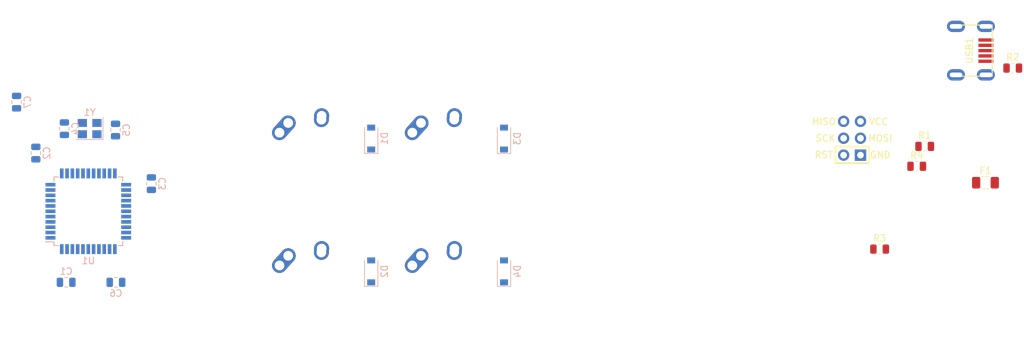
<source format=kicad_pcb>
(kicad_pcb (version 20171130) (host pcbnew "(5.1.5)-3")

  (general
    (thickness 1.6)
    (drawings 0)
    (tracks 0)
    (zones 0)
    (modules 24)
    (nets 47)
  )

  (page A4)
  (layers
    (0 F.Cu signal)
    (31 B.Cu signal)
    (32 B.Adhes user)
    (33 F.Adhes user)
    (34 B.Paste user)
    (35 F.Paste user)
    (36 B.SilkS user)
    (37 F.SilkS user)
    (38 B.Mask user)
    (39 F.Mask user)
    (40 Dwgs.User user)
    (41 Cmts.User user)
    (42 Eco1.User user)
    (43 Eco2.User user)
    (44 Edge.Cuts user)
    (45 Margin user)
    (46 B.CrtYd user)
    (47 F.CrtYd user)
    (48 B.Fab user)
    (49 F.Fab user)
  )

  (setup
    (last_trace_width 0.25)
    (trace_clearance 0.2)
    (zone_clearance 0.508)
    (zone_45_only no)
    (trace_min 0.2)
    (via_size 0.8)
    (via_drill 0.4)
    (via_min_size 0.4)
    (via_min_drill 0.3)
    (uvia_size 0.3)
    (uvia_drill 0.1)
    (uvias_allowed no)
    (uvia_min_size 0.2)
    (uvia_min_drill 0.1)
    (edge_width 0.05)
    (segment_width 0.2)
    (pcb_text_width 0.3)
    (pcb_text_size 1.5 1.5)
    (mod_edge_width 0.12)
    (mod_text_size 1 1)
    (mod_text_width 0.15)
    (pad_size 1.524 1.524)
    (pad_drill 0.762)
    (pad_to_mask_clearance 0.051)
    (solder_mask_min_width 0.25)
    (aux_axis_origin 0 0)
    (visible_elements FFFFFF7F)
    (pcbplotparams
      (layerselection 0x010fc_ffffffff)
      (usegerberextensions false)
      (usegerberattributes false)
      (usegerberadvancedattributes false)
      (creategerberjobfile false)
      (excludeedgelayer true)
      (linewidth 0.100000)
      (plotframeref false)
      (viasonmask false)
      (mode 1)
      (useauxorigin false)
      (hpglpennumber 1)
      (hpglpenspeed 20)
      (hpglpendiameter 15.000000)
      (psnegative false)
      (psa4output false)
      (plotreference true)
      (plotvalue true)
      (plotinvisibletext false)
      (padsonsilk false)
      (subtractmaskfromsilk false)
      (outputformat 1)
      (mirror false)
      (drillshape 1)
      (scaleselection 1)
      (outputdirectory ""))
  )

  (net 0 "")
  (net 1 GND)
  (net 2 +5V)
  (net 3 "Net-(C4-Pad1)")
  (net 4 "Net-(C5-Pad1)")
  (net 5 "Net-(C7-Pad1)")
  (net 6 "Net-(D1-Pad2)")
  (net 7 ROW0)
  (net 8 "Net-(D2-Pad2)")
  (net 9 ROW1)
  (net 10 "Net-(D3-Pad2)")
  (net 11 "Net-(D4-Pad2)")
  (net 12 VCC)
  (net 13 COL0)
  (net 14 COL1)
  (net 15 D-)
  (net 16 "Net-(R1-Pad1)")
  (net 17 D+)
  (net 18 "Net-(R2-Pad1)")
  (net 19 "Net-(R3-Pad2)")
  (net 20 "Net-(R4-Pad1)")
  (net 21 "Net-(U1-Pad42)")
  (net 22 "Net-(U1-Pad41)")
  (net 23 "Net-(U1-Pad40)")
  (net 24 "Net-(U1-Pad39)")
  (net 25 "Net-(U1-Pad38)")
  (net 26 "Net-(U1-Pad37)")
  (net 27 "Net-(U1-Pad36)")
  (net 28 "Net-(U1-Pad33)")
  (net 29 "Net-(U1-Pad32)")
  (net 30 "Net-(U1-Pad31)")
  (net 31 "Net-(U1-Pad26)")
  (net 32 "Net-(U1-Pad25)")
  (net 33 "Net-(U1-Pad22)")
  (net 34 "Net-(U1-Pad21)")
  (net 35 "Net-(U1-Pad20)")
  (net 36 "Net-(U1-Pad19)")
  (net 37 "Net-(U1-Pad18)")
  (net 38 "Net-(U1-Pad12)")
  (net 39 "Net-(U1-Pad11)")
  (net 40 "Net-(U1-Pad10)")
  (net 41 "Net-(U1-Pad9)")
  (net 42 "Net-(U1-Pad8)")
  (net 43 "Net-(U1-Pad2)")
  (net 44 "Net-(U1-Pad1)")
  (net 45 "Net-(USB1-Pad6)")
  (net 46 "Net-(USB1-Pad2)")

  (net_class Default "This is the default net class."
    (clearance 0.2)
    (trace_width 0.25)
    (via_dia 0.8)
    (via_drill 0.4)
    (uvia_dia 0.3)
    (uvia_drill 0.1)
    (add_net +5V)
    (add_net COL0)
    (add_net COL1)
    (add_net D+)
    (add_net D-)
    (add_net GND)
    (add_net "Net-(C4-Pad1)")
    (add_net "Net-(C5-Pad1)")
    (add_net "Net-(C7-Pad1)")
    (add_net "Net-(D1-Pad2)")
    (add_net "Net-(D2-Pad2)")
    (add_net "Net-(D3-Pad2)")
    (add_net "Net-(D4-Pad2)")
    (add_net "Net-(R1-Pad1)")
    (add_net "Net-(R2-Pad1)")
    (add_net "Net-(R3-Pad2)")
    (add_net "Net-(R4-Pad1)")
    (add_net "Net-(U1-Pad1)")
    (add_net "Net-(U1-Pad10)")
    (add_net "Net-(U1-Pad11)")
    (add_net "Net-(U1-Pad12)")
    (add_net "Net-(U1-Pad18)")
    (add_net "Net-(U1-Pad19)")
    (add_net "Net-(U1-Pad2)")
    (add_net "Net-(U1-Pad20)")
    (add_net "Net-(U1-Pad21)")
    (add_net "Net-(U1-Pad22)")
    (add_net "Net-(U1-Pad25)")
    (add_net "Net-(U1-Pad26)")
    (add_net "Net-(U1-Pad31)")
    (add_net "Net-(U1-Pad32)")
    (add_net "Net-(U1-Pad33)")
    (add_net "Net-(U1-Pad36)")
    (add_net "Net-(U1-Pad37)")
    (add_net "Net-(U1-Pad38)")
    (add_net "Net-(U1-Pad39)")
    (add_net "Net-(U1-Pad40)")
    (add_net "Net-(U1-Pad41)")
    (add_net "Net-(U1-Pad42)")
    (add_net "Net-(U1-Pad8)")
    (add_net "Net-(U1-Pad9)")
    (add_net "Net-(USB1-Pad2)")
    (add_net "Net-(USB1-Pad6)")
    (add_net ROW0)
    (add_net ROW1)
    (add_net VCC)
  )

  (module Crystal:Crystal_SMD_3225-4Pin_3.2x2.5mm (layer B.Cu) (tedit 5A0FD1B2) (tstamp 5E8BC488)
    (at 25.1 86.85 180)
    (descr "SMD Crystal SERIES SMD3225/4 http://www.txccrystal.com/images/pdf/7m-accuracy.pdf, 3.2x2.5mm^2 package")
    (tags "SMD SMT crystal")
    (path /5E8B9C0E)
    (attr smd)
    (fp_text reference Y1 (at 0 2.45) (layer B.SilkS)
      (effects (font (size 1 1) (thickness 0.15)) (justify mirror))
    )
    (fp_text value 16MHz (at 0 -2.45) (layer B.Fab)
      (effects (font (size 1 1) (thickness 0.15)) (justify mirror))
    )
    (fp_line (start 2.1 1.7) (end -2.1 1.7) (layer B.CrtYd) (width 0.05))
    (fp_line (start 2.1 -1.7) (end 2.1 1.7) (layer B.CrtYd) (width 0.05))
    (fp_line (start -2.1 -1.7) (end 2.1 -1.7) (layer B.CrtYd) (width 0.05))
    (fp_line (start -2.1 1.7) (end -2.1 -1.7) (layer B.CrtYd) (width 0.05))
    (fp_line (start -2 -1.65) (end 2 -1.65) (layer B.SilkS) (width 0.12))
    (fp_line (start -2 1.65) (end -2 -1.65) (layer B.SilkS) (width 0.12))
    (fp_line (start -1.6 -0.25) (end -0.6 -1.25) (layer B.Fab) (width 0.1))
    (fp_line (start 1.6 1.25) (end -1.6 1.25) (layer B.Fab) (width 0.1))
    (fp_line (start 1.6 -1.25) (end 1.6 1.25) (layer B.Fab) (width 0.1))
    (fp_line (start -1.6 -1.25) (end 1.6 -1.25) (layer B.Fab) (width 0.1))
    (fp_line (start -1.6 1.25) (end -1.6 -1.25) (layer B.Fab) (width 0.1))
    (fp_text user %R (at 0 0) (layer B.Fab)
      (effects (font (size 0.7 0.7) (thickness 0.105)) (justify mirror))
    )
    (pad 4 smd rect (at -1.1 0.85 180) (size 1.4 1.2) (layers B.Cu B.Paste B.Mask)
      (net 3 "Net-(C4-Pad1)"))
    (pad 3 smd rect (at 1.1 0.85 180) (size 1.4 1.2) (layers B.Cu B.Paste B.Mask)
      (net 1 GND))
    (pad 2 smd rect (at 1.1 -0.85 180) (size 1.4 1.2) (layers B.Cu B.Paste B.Mask)
      (net 4 "Net-(C5-Pad1)"))
    (pad 1 smd rect (at -1.1 -0.85 180) (size 1.4 1.2) (layers B.Cu B.Paste B.Mask)
      (net 1 GND))
    (model ${KISYS3DMOD}/Crystal.3dshapes/Crystal_SMD_3225-4Pin_3.2x2.5mm.wrl
      (at (xyz 0 0 0))
      (scale (xyz 1 1 1))
      (rotate (xyz 0 0 0))
    )
  )

  (module random-keyboard-parts:Molex-0548190589 (layer F.Cu) (tedit 5C494815) (tstamp 5E8BC347)
    (at 155.5625 75.1095)
    (path /5E8B71AD)
    (attr smd)
    (fp_text reference USB1 (at 2.032 0 90) (layer F.SilkS)
      (effects (font (size 1 1) (thickness 0.15)))
    )
    (fp_text value Molex-0548190589 (at -5.08 0 90) (layer Dwgs.User)
      (effects (font (size 1 1) (thickness 0.15)))
    )
    (fp_text user %R (at 2 0 90) (layer F.CrtYd)
      (effects (font (size 1 1) (thickness 0.15)))
    )
    (fp_line (start 3.25 -1.25) (end 5.5 -1.25) (layer F.CrtYd) (width 0.15))
    (fp_line (start 5.5 -0.5) (end 3.25 -0.5) (layer F.CrtYd) (width 0.15))
    (fp_line (start 3.25 0.5) (end 5.5 0.5) (layer F.CrtYd) (width 0.15))
    (fp_line (start 5.5 1.25) (end 3.25 1.25) (layer F.CrtYd) (width 0.15))
    (fp_line (start 3.25 2) (end 5.5 2) (layer F.CrtYd) (width 0.15))
    (fp_line (start 3.25 -2) (end 3.25 2) (layer F.CrtYd) (width 0.15))
    (fp_line (start 5.5 -2) (end 3.25 -2) (layer F.CrtYd) (width 0.15))
    (fp_line (start -3.75 3.75) (end -3.75 -3.75) (layer F.CrtYd) (width 0.15))
    (fp_line (start 5.5 3.75) (end -3.75 3.75) (layer F.CrtYd) (width 0.15))
    (fp_line (start 5.5 -3.75) (end 5.5 3.75) (layer F.CrtYd) (width 0.15))
    (fp_line (start -3.75 -3.75) (end 5.5 -3.75) (layer F.CrtYd) (width 0.15))
    (fp_line (start 0 -3.85) (end 5.45 -3.85) (layer F.SilkS) (width 0.15))
    (fp_line (start 0 3.85) (end 5.45 3.85) (layer F.SilkS) (width 0.15))
    (fp_line (start 5.45 -3.85) (end 5.45 3.85) (layer F.SilkS) (width 0.15))
    (fp_line (start -3.75 -3.85) (end 0 -3.85) (layer Dwgs.User) (width 0.15))
    (fp_line (start -3.75 3.85) (end 0 3.85) (layer Dwgs.User) (width 0.15))
    (fp_line (start -1.75 -4.572) (end -1.75 4.572) (layer Dwgs.User) (width 0.15))
    (fp_line (start -3.75 -3.85) (end -3.75 3.85) (layer Dwgs.User) (width 0.15))
    (pad 6 thru_hole oval (at 0 -3.65) (size 2.7 1.7) (drill oval 1.9 0.7) (layers *.Cu *.Mask)
      (net 45 "Net-(USB1-Pad6)"))
    (pad 6 thru_hole oval (at 0 3.65) (size 2.7 1.7) (drill oval 1.9 0.7) (layers *.Cu *.Mask)
      (net 45 "Net-(USB1-Pad6)"))
    (pad 6 thru_hole oval (at 4.5 3.65) (size 2.7 1.7) (drill oval 1.9 0.7) (layers *.Cu *.Mask)
      (net 45 "Net-(USB1-Pad6)"))
    (pad 6 thru_hole oval (at 4.5 -3.65) (size 2.7 1.7) (drill oval 1.9 0.7) (layers *.Cu *.Mask)
      (net 45 "Net-(USB1-Pad6)"))
    (pad 5 smd rect (at 4.5 -1.6) (size 2.25 0.5) (layers F.Cu F.Paste F.Mask)
      (net 12 VCC))
    (pad 4 smd rect (at 4.5 -0.8) (size 2.25 0.5) (layers F.Cu F.Paste F.Mask)
      (net 15 D-))
    (pad 3 smd rect (at 4.5 0) (size 2.25 0.5) (layers F.Cu F.Paste F.Mask)
      (net 17 D+))
    (pad 2 smd rect (at 4.5 0.8) (size 2.25 0.5) (layers F.Cu F.Paste F.Mask)
      (net 46 "Net-(USB1-Pad2)"))
    (pad 1 smd rect (at 4.5 1.6) (size 2.25 0.5) (layers F.Cu F.Paste F.Mask)
      (net 1 GND))
  )

  (module Package_QFP:TQFP-44_10x10mm_P0.8mm (layer B.Cu) (tedit 5A02F146) (tstamp 5E8BC532)
    (at 24.9 99.3)
    (descr "44-Lead Plastic Thin Quad Flatpack (PT) - 10x10x1.0 mm Body [TQFP] (see Microchip Packaging Specification 00000049BS.pdf)")
    (tags "QFP 0.8")
    (path /5E826FAC)
    (attr smd)
    (fp_text reference U1 (at 0 7.45) (layer B.SilkS)
      (effects (font (size 1 1) (thickness 0.15)) (justify mirror))
    )
    (fp_text value ATmega32U4-AU (at 0 -7.45) (layer B.Fab)
      (effects (font (size 1 1) (thickness 0.15)) (justify mirror))
    )
    (fp_line (start -5.175 4.6) (end -6.45 4.6) (layer B.SilkS) (width 0.15))
    (fp_line (start 5.175 5.175) (end 4.5 5.175) (layer B.SilkS) (width 0.15))
    (fp_line (start 5.175 -5.175) (end 4.5 -5.175) (layer B.SilkS) (width 0.15))
    (fp_line (start -5.175 -5.175) (end -4.5 -5.175) (layer B.SilkS) (width 0.15))
    (fp_line (start -5.175 5.175) (end -4.5 5.175) (layer B.SilkS) (width 0.15))
    (fp_line (start -5.175 -5.175) (end -5.175 -4.5) (layer B.SilkS) (width 0.15))
    (fp_line (start 5.175 -5.175) (end 5.175 -4.5) (layer B.SilkS) (width 0.15))
    (fp_line (start 5.175 5.175) (end 5.175 4.5) (layer B.SilkS) (width 0.15))
    (fp_line (start -5.175 5.175) (end -5.175 4.6) (layer B.SilkS) (width 0.15))
    (fp_line (start -6.7 -6.7) (end 6.7 -6.7) (layer B.CrtYd) (width 0.05))
    (fp_line (start -6.7 6.7) (end 6.7 6.7) (layer B.CrtYd) (width 0.05))
    (fp_line (start 6.7 6.7) (end 6.7 -6.7) (layer B.CrtYd) (width 0.05))
    (fp_line (start -6.7 6.7) (end -6.7 -6.7) (layer B.CrtYd) (width 0.05))
    (fp_line (start -5 4) (end -4 5) (layer B.Fab) (width 0.15))
    (fp_line (start -5 -5) (end -5 4) (layer B.Fab) (width 0.15))
    (fp_line (start 5 -5) (end -5 -5) (layer B.Fab) (width 0.15))
    (fp_line (start 5 5) (end 5 -5) (layer B.Fab) (width 0.15))
    (fp_line (start -4 5) (end 5 5) (layer B.Fab) (width 0.15))
    (fp_text user %R (at 0 0) (layer B.Fab)
      (effects (font (size 1 1) (thickness 0.15)) (justify mirror))
    )
    (pad 44 smd rect (at -4 5.7 270) (size 1.5 0.55) (layers B.Cu B.Paste B.Mask)
      (net 2 +5V))
    (pad 43 smd rect (at -3.2 5.7 270) (size 1.5 0.55) (layers B.Cu B.Paste B.Mask)
      (net 1 GND))
    (pad 42 smd rect (at -2.4 5.7 270) (size 1.5 0.55) (layers B.Cu B.Paste B.Mask)
      (net 21 "Net-(U1-Pad42)"))
    (pad 41 smd rect (at -1.6 5.7 270) (size 1.5 0.55) (layers B.Cu B.Paste B.Mask)
      (net 22 "Net-(U1-Pad41)"))
    (pad 40 smd rect (at -0.8 5.7 270) (size 1.5 0.55) (layers B.Cu B.Paste B.Mask)
      (net 23 "Net-(U1-Pad40)"))
    (pad 39 smd rect (at 0 5.7 270) (size 1.5 0.55) (layers B.Cu B.Paste B.Mask)
      (net 24 "Net-(U1-Pad39)"))
    (pad 38 smd rect (at 0.8 5.7 270) (size 1.5 0.55) (layers B.Cu B.Paste B.Mask)
      (net 25 "Net-(U1-Pad38)"))
    (pad 37 smd rect (at 1.6 5.7 270) (size 1.5 0.55) (layers B.Cu B.Paste B.Mask)
      (net 26 "Net-(U1-Pad37)"))
    (pad 36 smd rect (at 2.4 5.7 270) (size 1.5 0.55) (layers B.Cu B.Paste B.Mask)
      (net 27 "Net-(U1-Pad36)"))
    (pad 35 smd rect (at 3.2 5.7 270) (size 1.5 0.55) (layers B.Cu B.Paste B.Mask)
      (net 1 GND))
    (pad 34 smd rect (at 4 5.7 270) (size 1.5 0.55) (layers B.Cu B.Paste B.Mask)
      (net 2 +5V))
    (pad 33 smd rect (at 5.7 4) (size 1.5 0.55) (layers B.Cu B.Paste B.Mask)
      (net 28 "Net-(U1-Pad33)"))
    (pad 32 smd rect (at 5.7 3.2) (size 1.5 0.55) (layers B.Cu B.Paste B.Mask)
      (net 29 "Net-(U1-Pad32)"))
    (pad 31 smd rect (at 5.7 2.4) (size 1.5 0.55) (layers B.Cu B.Paste B.Mask)
      (net 30 "Net-(U1-Pad31)"))
    (pad 30 smd rect (at 5.7 1.6) (size 1.5 0.55) (layers B.Cu B.Paste B.Mask)
      (net 9 ROW1))
    (pad 29 smd rect (at 5.7 0.8) (size 1.5 0.55) (layers B.Cu B.Paste B.Mask)
      (net 13 COL0))
    (pad 28 smd rect (at 5.7 0) (size 1.5 0.55) (layers B.Cu B.Paste B.Mask)
      (net 14 COL1))
    (pad 27 smd rect (at 5.7 -0.8) (size 1.5 0.55) (layers B.Cu B.Paste B.Mask)
      (net 7 ROW0))
    (pad 26 smd rect (at 5.7 -1.6) (size 1.5 0.55) (layers B.Cu B.Paste B.Mask)
      (net 31 "Net-(U1-Pad26)"))
    (pad 25 smd rect (at 5.7 -2.4) (size 1.5 0.55) (layers B.Cu B.Paste B.Mask)
      (net 32 "Net-(U1-Pad25)"))
    (pad 24 smd rect (at 5.7 -3.2) (size 1.5 0.55) (layers B.Cu B.Paste B.Mask)
      (net 2 +5V))
    (pad 23 smd rect (at 5.7 -4) (size 1.5 0.55) (layers B.Cu B.Paste B.Mask)
      (net 1 GND))
    (pad 22 smd rect (at 4 -5.7 270) (size 1.5 0.55) (layers B.Cu B.Paste B.Mask)
      (net 33 "Net-(U1-Pad22)"))
    (pad 21 smd rect (at 3.2 -5.7 270) (size 1.5 0.55) (layers B.Cu B.Paste B.Mask)
      (net 34 "Net-(U1-Pad21)"))
    (pad 20 smd rect (at 2.4 -5.7 270) (size 1.5 0.55) (layers B.Cu B.Paste B.Mask)
      (net 35 "Net-(U1-Pad20)"))
    (pad 19 smd rect (at 1.6 -5.7 270) (size 1.5 0.55) (layers B.Cu B.Paste B.Mask)
      (net 36 "Net-(U1-Pad19)"))
    (pad 18 smd rect (at 0.8 -5.7 270) (size 1.5 0.55) (layers B.Cu B.Paste B.Mask)
      (net 37 "Net-(U1-Pad18)"))
    (pad 17 smd rect (at 0 -5.7 270) (size 1.5 0.55) (layers B.Cu B.Paste B.Mask)
      (net 3 "Net-(C4-Pad1)"))
    (pad 16 smd rect (at -0.8 -5.7 270) (size 1.5 0.55) (layers B.Cu B.Paste B.Mask)
      (net 4 "Net-(C5-Pad1)"))
    (pad 15 smd rect (at -1.6 -5.7 270) (size 1.5 0.55) (layers B.Cu B.Paste B.Mask)
      (net 1 GND))
    (pad 14 smd rect (at -2.4 -5.7 270) (size 1.5 0.55) (layers B.Cu B.Paste B.Mask)
      (net 2 +5V))
    (pad 13 smd rect (at -3.2 -5.7 270) (size 1.5 0.55) (layers B.Cu B.Paste B.Mask)
      (net 19 "Net-(R3-Pad2)"))
    (pad 12 smd rect (at -4 -5.7 270) (size 1.5 0.55) (layers B.Cu B.Paste B.Mask)
      (net 38 "Net-(U1-Pad12)"))
    (pad 11 smd rect (at -5.7 -4) (size 1.5 0.55) (layers B.Cu B.Paste B.Mask)
      (net 39 "Net-(U1-Pad11)"))
    (pad 10 smd rect (at -5.7 -3.2) (size 1.5 0.55) (layers B.Cu B.Paste B.Mask)
      (net 40 "Net-(U1-Pad10)"))
    (pad 9 smd rect (at -5.7 -2.4) (size 1.5 0.55) (layers B.Cu B.Paste B.Mask)
      (net 41 "Net-(U1-Pad9)"))
    (pad 8 smd rect (at -5.7 -1.6) (size 1.5 0.55) (layers B.Cu B.Paste B.Mask)
      (net 42 "Net-(U1-Pad8)"))
    (pad 7 smd rect (at -5.7 -0.8) (size 1.5 0.55) (layers B.Cu B.Paste B.Mask)
      (net 2 +5V))
    (pad 6 smd rect (at -5.7 0) (size 1.5 0.55) (layers B.Cu B.Paste B.Mask)
      (net 5 "Net-(C7-Pad1)"))
    (pad 5 smd rect (at -5.7 0.8) (size 1.5 0.55) (layers B.Cu B.Paste B.Mask)
      (net 1 GND))
    (pad 4 smd rect (at -5.7 1.6) (size 1.5 0.55) (layers B.Cu B.Paste B.Mask)
      (net 18 "Net-(R2-Pad1)"))
    (pad 3 smd rect (at -5.7 2.4) (size 1.5 0.55) (layers B.Cu B.Paste B.Mask)
      (net 16 "Net-(R1-Pad1)"))
    (pad 2 smd rect (at -5.7 3.2) (size 1.5 0.55) (layers B.Cu B.Paste B.Mask)
      (net 43 "Net-(U1-Pad2)"))
    (pad 1 smd rect (at -5.7 4) (size 1.5 0.55) (layers B.Cu B.Paste B.Mask)
      (net 44 "Net-(U1-Pad1)"))
    (model ${KISYS3DMOD}/Package_QFP.3dshapes/TQFP-44_10x10mm_P0.8mm.wrl
      (at (xyz 0 0 0))
      (scale (xyz 1 1 1))
      (rotate (xyz 0 0 0))
    )
  )

  (module random-keyboard-parts:Reset_Pretty (layer F.Cu) (tedit 5C42C5BD) (tstamp 5E8BC242)
    (at 139.9125 88.302499)
    (path /5E8AAAAA)
    (attr virtual)
    (fp_text reference SW1 (at 0 6) (layer Dwgs.User)
      (effects (font (size 1 1) (thickness 0.15)))
    )
    (fp_text value SW_Push (at 0 -6) (layer Dwgs.User)
      (effects (font (size 1 1) (thickness 0.15)))
    )
    (fp_text user MISO (at -4.25 -2.5) (layer F.SilkS)
      (effects (font (size 1 1) (thickness 0.15)))
    )
    (fp_text user VCC (at 4 -2.5) (layer F.SilkS)
      (effects (font (size 1 1) (thickness 0.15)))
    )
    (fp_text user SCK (at -4 0) (layer F.SilkS)
      (effects (font (size 1 1) (thickness 0.15)))
    )
    (fp_text user MOSI (at 4.25 0) (layer F.SilkS)
      (effects (font (size 1 1) (thickness 0.15)))
    )
    (fp_text user RST (at -4.25 2.5) (layer F.SilkS)
      (effects (font (size 1 1) (thickness 0.15)))
    )
    (fp_text user GND (at 4.25 2.5) (layer F.SilkS)
      (effects (font (size 1 1) (thickness 0.15)))
    )
    (fp_line (start -2.5 1.25) (end 2.5 1.25) (layer F.SilkS) (width 0.25))
    (fp_line (start 2.5 1.25) (end 2.5 3.75) (layer F.SilkS) (width 0.25))
    (fp_line (start 2.5 3.75) (end -2.5 3.75) (layer F.SilkS) (width 0.25))
    (fp_line (start -2.5 3.75) (end -2.5 1.25) (layer F.SilkS) (width 0.25))
    (pad 6 thru_hole rect (at 1.27 2.54) (size 1.7 1.7) (drill 1) (layers *.Cu *.Mask))
    (pad 5 thru_hole circle (at -1.27 2.54) (size 1.7 1.7) (drill 1) (layers *.Cu *.Mask))
    (pad 4 thru_hole circle (at 1.27 0) (size 1.7 1.7) (drill 1) (layers *.Cu *.Mask))
    (pad 3 thru_hole circle (at -1.27 0) (size 1.7 1.7) (drill 1) (layers *.Cu *.Mask))
    (pad 2 thru_hole circle (at 1.27 -2.54) (size 1.7 1.7) (drill 1) (layers *.Cu *.Mask)
      (net 19 "Net-(R3-Pad2)"))
    (pad 1 thru_hole circle (at -1.27 -2.54) (size 1.7 1.7) (drill 1) (layers *.Cu *.Mask)
      (net 1 GND))
  )

  (module Resistor_SMD:R_0805_2012Metric (layer F.Cu) (tedit 5B36C52B) (tstamp 5E8BC3DD)
    (at 149.6525 92.5275)
    (descr "Resistor SMD 0805 (2012 Metric), square (rectangular) end terminal, IPC_7351 nominal, (Body size source: https://docs.google.com/spreadsheets/d/1BsfQQcO9C6DZCsRaXUlFlo91Tg2WpOkGARC1WS5S8t0/edit?usp=sharing), generated with kicad-footprint-generator")
    (tags resistor)
    (path /5E833105)
    (attr smd)
    (fp_text reference R4 (at 0 -1.65) (layer F.SilkS)
      (effects (font (size 1 1) (thickness 0.15)))
    )
    (fp_text value 10k (at 0 1.65) (layer F.Fab)
      (effects (font (size 1 1) (thickness 0.15)))
    )
    (fp_text user %R (at 0 0) (layer F.Fab)
      (effects (font (size 0.5 0.5) (thickness 0.08)))
    )
    (fp_line (start 1.68 0.95) (end -1.68 0.95) (layer F.CrtYd) (width 0.05))
    (fp_line (start 1.68 -0.95) (end 1.68 0.95) (layer F.CrtYd) (width 0.05))
    (fp_line (start -1.68 -0.95) (end 1.68 -0.95) (layer F.CrtYd) (width 0.05))
    (fp_line (start -1.68 0.95) (end -1.68 -0.95) (layer F.CrtYd) (width 0.05))
    (fp_line (start -0.258578 0.71) (end 0.258578 0.71) (layer F.SilkS) (width 0.12))
    (fp_line (start -0.258578 -0.71) (end 0.258578 -0.71) (layer F.SilkS) (width 0.12))
    (fp_line (start 1 0.6) (end -1 0.6) (layer F.Fab) (width 0.1))
    (fp_line (start 1 -0.6) (end 1 0.6) (layer F.Fab) (width 0.1))
    (fp_line (start -1 -0.6) (end 1 -0.6) (layer F.Fab) (width 0.1))
    (fp_line (start -1 0.6) (end -1 -0.6) (layer F.Fab) (width 0.1))
    (pad 2 smd roundrect (at 0.9375 0) (size 0.975 1.4) (layers F.Cu F.Paste F.Mask) (roundrect_rratio 0.25)
      (net 1 GND))
    (pad 1 smd roundrect (at -0.9375 0) (size 0.975 1.4) (layers F.Cu F.Paste F.Mask) (roundrect_rratio 0.25)
      (net 20 "Net-(R4-Pad1)"))
    (model ${KISYS3DMOD}/Resistor_SMD.3dshapes/R_0805_2012Metric.wrl
      (at (xyz 0 0 0))
      (scale (xyz 1 1 1))
      (rotate (xyz 0 0 0))
    )
  )

  (module Resistor_SMD:R_0805_2012Metric (layer F.Cu) (tedit 5B36C52B) (tstamp 5E8BC2A8)
    (at 144.0625 105)
    (descr "Resistor SMD 0805 (2012 Metric), square (rectangular) end terminal, IPC_7351 nominal, (Body size source: https://docs.google.com/spreadsheets/d/1BsfQQcO9C6DZCsRaXUlFlo91Tg2WpOkGARC1WS5S8t0/edit?usp=sharing), generated with kicad-footprint-generator")
    (tags resistor)
    (path /5E8AF7CE)
    (attr smd)
    (fp_text reference R3 (at 0 -1.65) (layer F.SilkS)
      (effects (font (size 1 1) (thickness 0.15)))
    )
    (fp_text value 10k (at 0 1.65) (layer F.Fab)
      (effects (font (size 1 1) (thickness 0.15)))
    )
    (fp_text user %R (at 0 0) (layer F.Fab)
      (effects (font (size 0.5 0.5) (thickness 0.08)))
    )
    (fp_line (start 1.68 0.95) (end -1.68 0.95) (layer F.CrtYd) (width 0.05))
    (fp_line (start 1.68 -0.95) (end 1.68 0.95) (layer F.CrtYd) (width 0.05))
    (fp_line (start -1.68 -0.95) (end 1.68 -0.95) (layer F.CrtYd) (width 0.05))
    (fp_line (start -1.68 0.95) (end -1.68 -0.95) (layer F.CrtYd) (width 0.05))
    (fp_line (start -0.258578 0.71) (end 0.258578 0.71) (layer F.SilkS) (width 0.12))
    (fp_line (start -0.258578 -0.71) (end 0.258578 -0.71) (layer F.SilkS) (width 0.12))
    (fp_line (start 1 0.6) (end -1 0.6) (layer F.Fab) (width 0.1))
    (fp_line (start 1 -0.6) (end 1 0.6) (layer F.Fab) (width 0.1))
    (fp_line (start -1 -0.6) (end 1 -0.6) (layer F.Fab) (width 0.1))
    (fp_line (start -1 0.6) (end -1 -0.6) (layer F.Fab) (width 0.1))
    (pad 2 smd roundrect (at 0.9375 0) (size 0.975 1.4) (layers F.Cu F.Paste F.Mask) (roundrect_rratio 0.25)
      (net 19 "Net-(R3-Pad2)"))
    (pad 1 smd roundrect (at -0.9375 0) (size 0.975 1.4) (layers F.Cu F.Paste F.Mask) (roundrect_rratio 0.25)
      (net 2 +5V))
    (model ${KISYS3DMOD}/Resistor_SMD.3dshapes/R_0805_2012Metric.wrl
      (at (xyz 0 0 0))
      (scale (xyz 1 1 1))
      (rotate (xyz 0 0 0))
    )
  )

  (module Resistor_SMD:R_0805_2012Metric (layer F.Cu) (tedit 5B36C52B) (tstamp 5E8BC455)
    (at 164.1125 77.7375)
    (descr "Resistor SMD 0805 (2012 Metric), square (rectangular) end terminal, IPC_7351 nominal, (Body size source: https://docs.google.com/spreadsheets/d/1BsfQQcO9C6DZCsRaXUlFlo91Tg2WpOkGARC1WS5S8t0/edit?usp=sharing), generated with kicad-footprint-generator")
    (tags resistor)
    (path /5E83DD9E)
    (attr smd)
    (fp_text reference R2 (at 0 -1.65) (layer F.SilkS)
      (effects (font (size 1 1) (thickness 0.15)))
    )
    (fp_text value 22 (at 0 1.65) (layer F.Fab)
      (effects (font (size 1 1) (thickness 0.15)))
    )
    (fp_text user %R (at 0 0) (layer F.Fab)
      (effects (font (size 0.5 0.5) (thickness 0.08)))
    )
    (fp_line (start 1.68 0.95) (end -1.68 0.95) (layer F.CrtYd) (width 0.05))
    (fp_line (start 1.68 -0.95) (end 1.68 0.95) (layer F.CrtYd) (width 0.05))
    (fp_line (start -1.68 -0.95) (end 1.68 -0.95) (layer F.CrtYd) (width 0.05))
    (fp_line (start -1.68 0.95) (end -1.68 -0.95) (layer F.CrtYd) (width 0.05))
    (fp_line (start -0.258578 0.71) (end 0.258578 0.71) (layer F.SilkS) (width 0.12))
    (fp_line (start -0.258578 -0.71) (end 0.258578 -0.71) (layer F.SilkS) (width 0.12))
    (fp_line (start 1 0.6) (end -1 0.6) (layer F.Fab) (width 0.1))
    (fp_line (start 1 -0.6) (end 1 0.6) (layer F.Fab) (width 0.1))
    (fp_line (start -1 -0.6) (end 1 -0.6) (layer F.Fab) (width 0.1))
    (fp_line (start -1 0.6) (end -1 -0.6) (layer F.Fab) (width 0.1))
    (pad 2 smd roundrect (at 0.9375 0) (size 0.975 1.4) (layers F.Cu F.Paste F.Mask) (roundrect_rratio 0.25)
      (net 17 D+))
    (pad 1 smd roundrect (at -0.9375 0) (size 0.975 1.4) (layers F.Cu F.Paste F.Mask) (roundrect_rratio 0.25)
      (net 18 "Net-(R2-Pad1)"))
    (model ${KISYS3DMOD}/Resistor_SMD.3dshapes/R_0805_2012Metric.wrl
      (at (xyz 0 0 0))
      (scale (xyz 1 1 1))
      (rotate (xyz 0 0 0))
    )
  )

  (module Resistor_SMD:R_0805_2012Metric (layer F.Cu) (tedit 5B36C52B) (tstamp 5E8BC5F6)
    (at 150.8525 89.5275)
    (descr "Resistor SMD 0805 (2012 Metric), square (rectangular) end terminal, IPC_7351 nominal, (Body size source: https://docs.google.com/spreadsheets/d/1BsfQQcO9C6DZCsRaXUlFlo91Tg2WpOkGARC1WS5S8t0/edit?usp=sharing), generated with kicad-footprint-generator")
    (tags resistor)
    (path /5E83F5D8)
    (attr smd)
    (fp_text reference R1 (at 0 -1.65) (layer F.SilkS)
      (effects (font (size 1 1) (thickness 0.15)))
    )
    (fp_text value 22 (at 0 1.65) (layer F.Fab)
      (effects (font (size 1 1) (thickness 0.15)))
    )
    (fp_text user %R (at 0 0) (layer F.Fab)
      (effects (font (size 0.5 0.5) (thickness 0.08)))
    )
    (fp_line (start 1.68 0.95) (end -1.68 0.95) (layer F.CrtYd) (width 0.05))
    (fp_line (start 1.68 -0.95) (end 1.68 0.95) (layer F.CrtYd) (width 0.05))
    (fp_line (start -1.68 -0.95) (end 1.68 -0.95) (layer F.CrtYd) (width 0.05))
    (fp_line (start -1.68 0.95) (end -1.68 -0.95) (layer F.CrtYd) (width 0.05))
    (fp_line (start -0.258578 0.71) (end 0.258578 0.71) (layer F.SilkS) (width 0.12))
    (fp_line (start -0.258578 -0.71) (end 0.258578 -0.71) (layer F.SilkS) (width 0.12))
    (fp_line (start 1 0.6) (end -1 0.6) (layer F.Fab) (width 0.1))
    (fp_line (start 1 -0.6) (end 1 0.6) (layer F.Fab) (width 0.1))
    (fp_line (start -1 -0.6) (end 1 -0.6) (layer F.Fab) (width 0.1))
    (fp_line (start -1 0.6) (end -1 -0.6) (layer F.Fab) (width 0.1))
    (pad 2 smd roundrect (at 0.9375 0) (size 0.975 1.4) (layers F.Cu F.Paste F.Mask) (roundrect_rratio 0.25)
      (net 15 D-))
    (pad 1 smd roundrect (at -0.9375 0) (size 0.975 1.4) (layers F.Cu F.Paste F.Mask) (roundrect_rratio 0.25)
      (net 16 "Net-(R1-Pad1)"))
    (model ${KISYS3DMOD}/Resistor_SMD.3dshapes/R_0805_2012Metric.wrl
      (at (xyz 0 0 0))
      (scale (xyz 1 1 1))
      (rotate (xyz 0 0 0))
    )
  )

  (module MX_Alps_Hybrid:MX-1U-NoLED (layer F.Cu) (tedit 5A9F5203) (tstamp 5E8BC4C4)
    (at 77.5 110)
    (path /5E8CF3A8)
    (fp_text reference MX4 (at 0 3.175) (layer Dwgs.User)
      (effects (font (size 1 1) (thickness 0.15)))
    )
    (fp_text value MX-NoLED (at 0 -7.9375) (layer Dwgs.User)
      (effects (font (size 1 1) (thickness 0.15)))
    )
    (fp_line (start -9.525 9.525) (end -9.525 -9.525) (layer Dwgs.User) (width 0.15))
    (fp_line (start 9.525 9.525) (end -9.525 9.525) (layer Dwgs.User) (width 0.15))
    (fp_line (start 9.525 -9.525) (end 9.525 9.525) (layer Dwgs.User) (width 0.15))
    (fp_line (start -9.525 -9.525) (end 9.525 -9.525) (layer Dwgs.User) (width 0.15))
    (fp_line (start -7 -7) (end -7 -5) (layer Dwgs.User) (width 0.15))
    (fp_line (start -5 -7) (end -7 -7) (layer Dwgs.User) (width 0.15))
    (fp_line (start -7 7) (end -5 7) (layer Dwgs.User) (width 0.15))
    (fp_line (start -7 5) (end -7 7) (layer Dwgs.User) (width 0.15))
    (fp_line (start 7 7) (end 7 5) (layer Dwgs.User) (width 0.15))
    (fp_line (start 5 7) (end 7 7) (layer Dwgs.User) (width 0.15))
    (fp_line (start 7 -7) (end 7 -5) (layer Dwgs.User) (width 0.15))
    (fp_line (start 5 -7) (end 7 -7) (layer Dwgs.User) (width 0.15))
    (pad "" np_thru_hole circle (at 5.08 0 48.0996) (size 1.75 1.75) (drill 1.75) (layers *.Cu *.Mask))
    (pad "" np_thru_hole circle (at -5.08 0 48.0996) (size 1.75 1.75) (drill 1.75) (layers *.Cu *.Mask))
    (pad 1 thru_hole circle (at -2.5 -4) (size 2.25 2.25) (drill 1.47) (layers *.Cu B.Mask)
      (net 14 COL1))
    (pad "" np_thru_hole circle (at 0 0) (size 3.9878 3.9878) (drill 3.9878) (layers *.Cu *.Mask))
    (pad 1 thru_hole oval (at -3.81 -2.54 48.0996) (size 4.211556 2.25) (drill 1.47 (offset 0.980778 0)) (layers *.Cu B.Mask)
      (net 14 COL1))
    (pad 2 thru_hole circle (at 2.54 -5.08) (size 2.25 2.25) (drill 1.47) (layers *.Cu B.Mask)
      (net 11 "Net-(D4-Pad2)"))
    (pad 2 thru_hole oval (at 2.5 -4.5 86.0548) (size 2.831378 2.25) (drill 1.47 (offset 0.290689 0)) (layers *.Cu B.Mask)
      (net 11 "Net-(D4-Pad2)"))
  )

  (module MX_Alps_Hybrid:MX-1U-NoLED (layer F.Cu) (tedit 5A9F5203) (tstamp 5E8BC62C)
    (at 77.5 90)
    (path /5E8CB768)
    (fp_text reference MX3 (at 0 3.175) (layer Dwgs.User)
      (effects (font (size 1 1) (thickness 0.15)))
    )
    (fp_text value MX-NoLED (at 0 -7.9375) (layer Dwgs.User)
      (effects (font (size 1 1) (thickness 0.15)))
    )
    (fp_line (start -9.525 9.525) (end -9.525 -9.525) (layer Dwgs.User) (width 0.15))
    (fp_line (start 9.525 9.525) (end -9.525 9.525) (layer Dwgs.User) (width 0.15))
    (fp_line (start 9.525 -9.525) (end 9.525 9.525) (layer Dwgs.User) (width 0.15))
    (fp_line (start -9.525 -9.525) (end 9.525 -9.525) (layer Dwgs.User) (width 0.15))
    (fp_line (start -7 -7) (end -7 -5) (layer Dwgs.User) (width 0.15))
    (fp_line (start -5 -7) (end -7 -7) (layer Dwgs.User) (width 0.15))
    (fp_line (start -7 7) (end -5 7) (layer Dwgs.User) (width 0.15))
    (fp_line (start -7 5) (end -7 7) (layer Dwgs.User) (width 0.15))
    (fp_line (start 7 7) (end 7 5) (layer Dwgs.User) (width 0.15))
    (fp_line (start 5 7) (end 7 7) (layer Dwgs.User) (width 0.15))
    (fp_line (start 7 -7) (end 7 -5) (layer Dwgs.User) (width 0.15))
    (fp_line (start 5 -7) (end 7 -7) (layer Dwgs.User) (width 0.15))
    (pad "" np_thru_hole circle (at 5.08 0 48.0996) (size 1.75 1.75) (drill 1.75) (layers *.Cu *.Mask))
    (pad "" np_thru_hole circle (at -5.08 0 48.0996) (size 1.75 1.75) (drill 1.75) (layers *.Cu *.Mask))
    (pad 1 thru_hole circle (at -2.5 -4) (size 2.25 2.25) (drill 1.47) (layers *.Cu B.Mask)
      (net 14 COL1))
    (pad "" np_thru_hole circle (at 0 0) (size 3.9878 3.9878) (drill 3.9878) (layers *.Cu *.Mask))
    (pad 1 thru_hole oval (at -3.81 -2.54 48.0996) (size 4.211556 2.25) (drill 1.47 (offset 0.980778 0)) (layers *.Cu B.Mask)
      (net 14 COL1))
    (pad 2 thru_hole circle (at 2.54 -5.08) (size 2.25 2.25) (drill 1.47) (layers *.Cu B.Mask)
      (net 10 "Net-(D3-Pad2)"))
    (pad 2 thru_hole oval (at 2.5 -4.5 86.0548) (size 2.831378 2.25) (drill 1.47 (offset 0.290689 0)) (layers *.Cu B.Mask)
      (net 10 "Net-(D3-Pad2)"))
  )

  (module MX_Alps_Hybrid:MX-1U-NoLED (layer F.Cu) (tedit 5A9F5203) (tstamp 5E8BC66E)
    (at 57.5 110)
    (path /5E8CE5F6)
    (fp_text reference MX2 (at 0 3.175) (layer Dwgs.User)
      (effects (font (size 1 1) (thickness 0.15)))
    )
    (fp_text value MX-NoLED (at 0 -7.9375) (layer Dwgs.User)
      (effects (font (size 1 1) (thickness 0.15)))
    )
    (fp_line (start -9.525 9.525) (end -9.525 -9.525) (layer Dwgs.User) (width 0.15))
    (fp_line (start 9.525 9.525) (end -9.525 9.525) (layer Dwgs.User) (width 0.15))
    (fp_line (start 9.525 -9.525) (end 9.525 9.525) (layer Dwgs.User) (width 0.15))
    (fp_line (start -9.525 -9.525) (end 9.525 -9.525) (layer Dwgs.User) (width 0.15))
    (fp_line (start -7 -7) (end -7 -5) (layer Dwgs.User) (width 0.15))
    (fp_line (start -5 -7) (end -7 -7) (layer Dwgs.User) (width 0.15))
    (fp_line (start -7 7) (end -5 7) (layer Dwgs.User) (width 0.15))
    (fp_line (start -7 5) (end -7 7) (layer Dwgs.User) (width 0.15))
    (fp_line (start 7 7) (end 7 5) (layer Dwgs.User) (width 0.15))
    (fp_line (start 5 7) (end 7 7) (layer Dwgs.User) (width 0.15))
    (fp_line (start 7 -7) (end 7 -5) (layer Dwgs.User) (width 0.15))
    (fp_line (start 5 -7) (end 7 -7) (layer Dwgs.User) (width 0.15))
    (pad "" np_thru_hole circle (at 5.08 0 48.0996) (size 1.75 1.75) (drill 1.75) (layers *.Cu *.Mask))
    (pad "" np_thru_hole circle (at -5.08 0 48.0996) (size 1.75 1.75) (drill 1.75) (layers *.Cu *.Mask))
    (pad 1 thru_hole circle (at -2.5 -4) (size 2.25 2.25) (drill 1.47) (layers *.Cu B.Mask)
      (net 13 COL0))
    (pad "" np_thru_hole circle (at 0 0) (size 3.9878 3.9878) (drill 3.9878) (layers *.Cu *.Mask))
    (pad 1 thru_hole oval (at -3.81 -2.54 48.0996) (size 4.211556 2.25) (drill 1.47 (offset 0.980778 0)) (layers *.Cu B.Mask)
      (net 13 COL0))
    (pad 2 thru_hole circle (at 2.54 -5.08) (size 2.25 2.25) (drill 1.47) (layers *.Cu B.Mask)
      (net 8 "Net-(D2-Pad2)"))
    (pad 2 thru_hole oval (at 2.5 -4.5 86.0548) (size 2.831378 2.25) (drill 1.47 (offset 0.290689 0)) (layers *.Cu B.Mask)
      (net 8 "Net-(D2-Pad2)"))
  )

  (module MX_Alps_Hybrid:MX-1U-NoLED (layer F.Cu) (tedit 5A9F5203) (tstamp 5E8BC6E0)
    (at 57.5 90)
    (path /5E8C76EF)
    (fp_text reference MX1 (at 0 3.175) (layer Dwgs.User)
      (effects (font (size 1 1) (thickness 0.15)))
    )
    (fp_text value MX-NoLED (at 0 -7.9375) (layer Dwgs.User)
      (effects (font (size 1 1) (thickness 0.15)))
    )
    (fp_line (start -9.525 9.525) (end -9.525 -9.525) (layer Dwgs.User) (width 0.15))
    (fp_line (start 9.525 9.525) (end -9.525 9.525) (layer Dwgs.User) (width 0.15))
    (fp_line (start 9.525 -9.525) (end 9.525 9.525) (layer Dwgs.User) (width 0.15))
    (fp_line (start -9.525 -9.525) (end 9.525 -9.525) (layer Dwgs.User) (width 0.15))
    (fp_line (start -7 -7) (end -7 -5) (layer Dwgs.User) (width 0.15))
    (fp_line (start -5 -7) (end -7 -7) (layer Dwgs.User) (width 0.15))
    (fp_line (start -7 7) (end -5 7) (layer Dwgs.User) (width 0.15))
    (fp_line (start -7 5) (end -7 7) (layer Dwgs.User) (width 0.15))
    (fp_line (start 7 7) (end 7 5) (layer Dwgs.User) (width 0.15))
    (fp_line (start 5 7) (end 7 7) (layer Dwgs.User) (width 0.15))
    (fp_line (start 7 -7) (end 7 -5) (layer Dwgs.User) (width 0.15))
    (fp_line (start 5 -7) (end 7 -7) (layer Dwgs.User) (width 0.15))
    (pad "" np_thru_hole circle (at 5.08 0 48.0996) (size 1.75 1.75) (drill 1.75) (layers *.Cu *.Mask))
    (pad "" np_thru_hole circle (at -5.08 0 48.0996) (size 1.75 1.75) (drill 1.75) (layers *.Cu *.Mask))
    (pad 1 thru_hole circle (at -2.5 -4) (size 2.25 2.25) (drill 1.47) (layers *.Cu B.Mask)
      (net 13 COL0))
    (pad "" np_thru_hole circle (at 0 0) (size 3.9878 3.9878) (drill 3.9878) (layers *.Cu *.Mask))
    (pad 1 thru_hole oval (at -3.81 -2.54 48.0996) (size 4.211556 2.25) (drill 1.47 (offset 0.980778 0)) (layers *.Cu B.Mask)
      (net 13 COL0))
    (pad 2 thru_hole circle (at 2.54 -5.08) (size 2.25 2.25) (drill 1.47) (layers *.Cu B.Mask)
      (net 6 "Net-(D1-Pad2)"))
    (pad 2 thru_hole oval (at 2.5 -4.5 86.0548) (size 2.831378 2.25) (drill 1.47 (offset 0.290689 0)) (layers *.Cu B.Mask)
      (net 6 "Net-(D1-Pad2)"))
  )

  (module Fuse:Fuse_1206_3216Metric (layer F.Cu) (tedit 5B301BBE) (tstamp 5E8BC6AA)
    (at 160 95)
    (descr "Fuse SMD 1206 (3216 Metric), square (rectangular) end terminal, IPC_7351 nominal, (Body size source: http://www.tortai-tech.com/upload/download/2011102023233369053.pdf), generated with kicad-footprint-generator")
    (tags resistor)
    (path /5E8B9AE9)
    (attr smd)
    (fp_text reference F1 (at 0 -1.82) (layer F.SilkS)
      (effects (font (size 1 1) (thickness 0.15)))
    )
    (fp_text value 500mA (at 0 1.82) (layer F.Fab)
      (effects (font (size 1 1) (thickness 0.15)))
    )
    (fp_text user %R (at 0 0) (layer F.Fab)
      (effects (font (size 0.8 0.8) (thickness 0.12)))
    )
    (fp_line (start 2.28 1.12) (end -2.28 1.12) (layer F.CrtYd) (width 0.05))
    (fp_line (start 2.28 -1.12) (end 2.28 1.12) (layer F.CrtYd) (width 0.05))
    (fp_line (start -2.28 -1.12) (end 2.28 -1.12) (layer F.CrtYd) (width 0.05))
    (fp_line (start -2.28 1.12) (end -2.28 -1.12) (layer F.CrtYd) (width 0.05))
    (fp_line (start -0.602064 0.91) (end 0.602064 0.91) (layer F.SilkS) (width 0.12))
    (fp_line (start -0.602064 -0.91) (end 0.602064 -0.91) (layer F.SilkS) (width 0.12))
    (fp_line (start 1.6 0.8) (end -1.6 0.8) (layer F.Fab) (width 0.1))
    (fp_line (start 1.6 -0.8) (end 1.6 0.8) (layer F.Fab) (width 0.1))
    (fp_line (start -1.6 -0.8) (end 1.6 -0.8) (layer F.Fab) (width 0.1))
    (fp_line (start -1.6 0.8) (end -1.6 -0.8) (layer F.Fab) (width 0.1))
    (pad 2 smd roundrect (at 1.4 0) (size 1.25 1.75) (layers F.Cu F.Paste F.Mask) (roundrect_rratio 0.2)
      (net 12 VCC))
    (pad 1 smd roundrect (at -1.4 0) (size 1.25 1.75) (layers F.Cu F.Paste F.Mask) (roundrect_rratio 0.2)
      (net 2 +5V))
    (model ${KISYS3DMOD}/Fuse.3dshapes/Fuse_1206_3216Metric.wrl
      (at (xyz 0 0 0))
      (scale (xyz 1 1 1))
      (rotate (xyz 0 0 0))
    )
  )

  (module Diode_SMD:D_SOD-123 (layer B.Cu) (tedit 58645DC7) (tstamp 5E8BC39D)
    (at 87.5 108.35 90)
    (descr SOD-123)
    (tags SOD-123)
    (path /5E8D107E)
    (attr smd)
    (fp_text reference D4 (at 0 2 -90) (layer B.SilkS)
      (effects (font (size 1 1) (thickness 0.15)) (justify mirror))
    )
    (fp_text value D_Small (at 0 -2.1 -90) (layer B.Fab)
      (effects (font (size 1 1) (thickness 0.15)) (justify mirror))
    )
    (fp_line (start -2.25 1) (end 1.65 1) (layer B.SilkS) (width 0.12))
    (fp_line (start -2.25 -1) (end 1.65 -1) (layer B.SilkS) (width 0.12))
    (fp_line (start -2.35 1.15) (end -2.35 -1.15) (layer B.CrtYd) (width 0.05))
    (fp_line (start 2.35 -1.15) (end -2.35 -1.15) (layer B.CrtYd) (width 0.05))
    (fp_line (start 2.35 1.15) (end 2.35 -1.15) (layer B.CrtYd) (width 0.05))
    (fp_line (start -2.35 1.15) (end 2.35 1.15) (layer B.CrtYd) (width 0.05))
    (fp_line (start -1.4 0.9) (end 1.4 0.9) (layer B.Fab) (width 0.1))
    (fp_line (start 1.4 0.9) (end 1.4 -0.9) (layer B.Fab) (width 0.1))
    (fp_line (start 1.4 -0.9) (end -1.4 -0.9) (layer B.Fab) (width 0.1))
    (fp_line (start -1.4 -0.9) (end -1.4 0.9) (layer B.Fab) (width 0.1))
    (fp_line (start -0.75 0) (end -0.35 0) (layer B.Fab) (width 0.1))
    (fp_line (start -0.35 0) (end -0.35 0.55) (layer B.Fab) (width 0.1))
    (fp_line (start -0.35 0) (end -0.35 -0.55) (layer B.Fab) (width 0.1))
    (fp_line (start -0.35 0) (end 0.25 0.4) (layer B.Fab) (width 0.1))
    (fp_line (start 0.25 0.4) (end 0.25 -0.4) (layer B.Fab) (width 0.1))
    (fp_line (start 0.25 -0.4) (end -0.35 0) (layer B.Fab) (width 0.1))
    (fp_line (start 0.25 0) (end 0.75 0) (layer B.Fab) (width 0.1))
    (fp_line (start -2.25 1) (end -2.25 -1) (layer B.SilkS) (width 0.12))
    (fp_text user %R (at 0 2 -90) (layer B.Fab)
      (effects (font (size 1 1) (thickness 0.15)) (justify mirror))
    )
    (pad 2 smd rect (at 1.65 0 90) (size 0.9 1.2) (layers B.Cu B.Paste B.Mask)
      (net 11 "Net-(D4-Pad2)"))
    (pad 1 smd rect (at -1.65 0 90) (size 0.9 1.2) (layers B.Cu B.Paste B.Mask)
      (net 9 ROW1))
    (model ${KISYS3DMOD}/Diode_SMD.3dshapes/D_SOD-123.wrl
      (at (xyz 0 0 0))
      (scale (xyz 1 1 1))
      (rotate (xyz 0 0 0))
    )
  )

  (module Diode_SMD:D_SOD-123 (layer B.Cu) (tedit 58645DC7) (tstamp 5E8BC415)
    (at 87.5 88.35 90)
    (descr SOD-123)
    (tags SOD-123)
    (path /5E8CC80D)
    (attr smd)
    (fp_text reference D3 (at 0 2 -90) (layer B.SilkS)
      (effects (font (size 1 1) (thickness 0.15)) (justify mirror))
    )
    (fp_text value D_Small (at 0 -2.1 -90) (layer B.Fab)
      (effects (font (size 1 1) (thickness 0.15)) (justify mirror))
    )
    (fp_line (start -2.25 1) (end 1.65 1) (layer B.SilkS) (width 0.12))
    (fp_line (start -2.25 -1) (end 1.65 -1) (layer B.SilkS) (width 0.12))
    (fp_line (start -2.35 1.15) (end -2.35 -1.15) (layer B.CrtYd) (width 0.05))
    (fp_line (start 2.35 -1.15) (end -2.35 -1.15) (layer B.CrtYd) (width 0.05))
    (fp_line (start 2.35 1.15) (end 2.35 -1.15) (layer B.CrtYd) (width 0.05))
    (fp_line (start -2.35 1.15) (end 2.35 1.15) (layer B.CrtYd) (width 0.05))
    (fp_line (start -1.4 0.9) (end 1.4 0.9) (layer B.Fab) (width 0.1))
    (fp_line (start 1.4 0.9) (end 1.4 -0.9) (layer B.Fab) (width 0.1))
    (fp_line (start 1.4 -0.9) (end -1.4 -0.9) (layer B.Fab) (width 0.1))
    (fp_line (start -1.4 -0.9) (end -1.4 0.9) (layer B.Fab) (width 0.1))
    (fp_line (start -0.75 0) (end -0.35 0) (layer B.Fab) (width 0.1))
    (fp_line (start -0.35 0) (end -0.35 0.55) (layer B.Fab) (width 0.1))
    (fp_line (start -0.35 0) (end -0.35 -0.55) (layer B.Fab) (width 0.1))
    (fp_line (start -0.35 0) (end 0.25 0.4) (layer B.Fab) (width 0.1))
    (fp_line (start 0.25 0.4) (end 0.25 -0.4) (layer B.Fab) (width 0.1))
    (fp_line (start 0.25 -0.4) (end -0.35 0) (layer B.Fab) (width 0.1))
    (fp_line (start 0.25 0) (end 0.75 0) (layer B.Fab) (width 0.1))
    (fp_line (start -2.25 1) (end -2.25 -1) (layer B.SilkS) (width 0.12))
    (fp_text user %R (at 0 2 -90) (layer B.Fab)
      (effects (font (size 1 1) (thickness 0.15)) (justify mirror))
    )
    (pad 2 smd rect (at 1.65 0 90) (size 0.9 1.2) (layers B.Cu B.Paste B.Mask)
      (net 10 "Net-(D3-Pad2)"))
    (pad 1 smd rect (at -1.65 0 90) (size 0.9 1.2) (layers B.Cu B.Paste B.Mask)
      (net 7 ROW0))
    (model ${KISYS3DMOD}/Diode_SMD.3dshapes/D_SOD-123.wrl
      (at (xyz 0 0 0))
      (scale (xyz 1 1 1))
      (rotate (xyz 0 0 0))
    )
  )

  (module Diode_SMD:D_SOD-123 (layer B.Cu) (tedit 58645DC7) (tstamp 5E8BC7CC)
    (at 67.5 108.35 90)
    (descr SOD-123)
    (tags SOD-123)
    (path /5E8CFEE4)
    (attr smd)
    (fp_text reference D2 (at 0 2 -90) (layer B.SilkS)
      (effects (font (size 1 1) (thickness 0.15)) (justify mirror))
    )
    (fp_text value D_Small (at 0 -2.1 -90) (layer B.Fab)
      (effects (font (size 1 1) (thickness 0.15)) (justify mirror))
    )
    (fp_line (start -2.25 1) (end 1.65 1) (layer B.SilkS) (width 0.12))
    (fp_line (start -2.25 -1) (end 1.65 -1) (layer B.SilkS) (width 0.12))
    (fp_line (start -2.35 1.15) (end -2.35 -1.15) (layer B.CrtYd) (width 0.05))
    (fp_line (start 2.35 -1.15) (end -2.35 -1.15) (layer B.CrtYd) (width 0.05))
    (fp_line (start 2.35 1.15) (end 2.35 -1.15) (layer B.CrtYd) (width 0.05))
    (fp_line (start -2.35 1.15) (end 2.35 1.15) (layer B.CrtYd) (width 0.05))
    (fp_line (start -1.4 0.9) (end 1.4 0.9) (layer B.Fab) (width 0.1))
    (fp_line (start 1.4 0.9) (end 1.4 -0.9) (layer B.Fab) (width 0.1))
    (fp_line (start 1.4 -0.9) (end -1.4 -0.9) (layer B.Fab) (width 0.1))
    (fp_line (start -1.4 -0.9) (end -1.4 0.9) (layer B.Fab) (width 0.1))
    (fp_line (start -0.75 0) (end -0.35 0) (layer B.Fab) (width 0.1))
    (fp_line (start -0.35 0) (end -0.35 0.55) (layer B.Fab) (width 0.1))
    (fp_line (start -0.35 0) (end -0.35 -0.55) (layer B.Fab) (width 0.1))
    (fp_line (start -0.35 0) (end 0.25 0.4) (layer B.Fab) (width 0.1))
    (fp_line (start 0.25 0.4) (end 0.25 -0.4) (layer B.Fab) (width 0.1))
    (fp_line (start 0.25 -0.4) (end -0.35 0) (layer B.Fab) (width 0.1))
    (fp_line (start 0.25 0) (end 0.75 0) (layer B.Fab) (width 0.1))
    (fp_line (start -2.25 1) (end -2.25 -1) (layer B.SilkS) (width 0.12))
    (fp_text user %R (at 0 2 -90) (layer B.Fab)
      (effects (font (size 1 1) (thickness 0.15)) (justify mirror))
    )
    (pad 2 smd rect (at 1.65 0 90) (size 0.9 1.2) (layers B.Cu B.Paste B.Mask)
      (net 8 "Net-(D2-Pad2)"))
    (pad 1 smd rect (at -1.65 0 90) (size 0.9 1.2) (layers B.Cu B.Paste B.Mask)
      (net 9 ROW1))
    (model ${KISYS3DMOD}/Diode_SMD.3dshapes/D_SOD-123.wrl
      (at (xyz 0 0 0))
      (scale (xyz 1 1 1))
      (rotate (xyz 0 0 0))
    )
  )

  (module Diode_SMD:D_SOD-123 (layer B.Cu) (tedit 58645DC7) (tstamp 5E8BC784)
    (at 67.5 88.35 90)
    (descr SOD-123)
    (tags SOD-123)
    (path /5E8C8016)
    (attr smd)
    (fp_text reference D1 (at 0 2 -90) (layer B.SilkS)
      (effects (font (size 1 1) (thickness 0.15)) (justify mirror))
    )
    (fp_text value D_Small (at 0 -2.1 -90) (layer B.Fab)
      (effects (font (size 1 1) (thickness 0.15)) (justify mirror))
    )
    (fp_line (start -2.25 1) (end 1.65 1) (layer B.SilkS) (width 0.12))
    (fp_line (start -2.25 -1) (end 1.65 -1) (layer B.SilkS) (width 0.12))
    (fp_line (start -2.35 1.15) (end -2.35 -1.15) (layer B.CrtYd) (width 0.05))
    (fp_line (start 2.35 -1.15) (end -2.35 -1.15) (layer B.CrtYd) (width 0.05))
    (fp_line (start 2.35 1.15) (end 2.35 -1.15) (layer B.CrtYd) (width 0.05))
    (fp_line (start -2.35 1.15) (end 2.35 1.15) (layer B.CrtYd) (width 0.05))
    (fp_line (start -1.4 0.9) (end 1.4 0.9) (layer B.Fab) (width 0.1))
    (fp_line (start 1.4 0.9) (end 1.4 -0.9) (layer B.Fab) (width 0.1))
    (fp_line (start 1.4 -0.9) (end -1.4 -0.9) (layer B.Fab) (width 0.1))
    (fp_line (start -1.4 -0.9) (end -1.4 0.9) (layer B.Fab) (width 0.1))
    (fp_line (start -0.75 0) (end -0.35 0) (layer B.Fab) (width 0.1))
    (fp_line (start -0.35 0) (end -0.35 0.55) (layer B.Fab) (width 0.1))
    (fp_line (start -0.35 0) (end -0.35 -0.55) (layer B.Fab) (width 0.1))
    (fp_line (start -0.35 0) (end 0.25 0.4) (layer B.Fab) (width 0.1))
    (fp_line (start 0.25 0.4) (end 0.25 -0.4) (layer B.Fab) (width 0.1))
    (fp_line (start 0.25 -0.4) (end -0.35 0) (layer B.Fab) (width 0.1))
    (fp_line (start 0.25 0) (end 0.75 0) (layer B.Fab) (width 0.1))
    (fp_line (start -2.25 1) (end -2.25 -1) (layer B.SilkS) (width 0.12))
    (fp_text user %R (at 0 2 -90) (layer B.Fab)
      (effects (font (size 1 1) (thickness 0.15)) (justify mirror))
    )
    (pad 2 smd rect (at 1.65 0 90) (size 0.9 1.2) (layers B.Cu B.Paste B.Mask)
      (net 6 "Net-(D1-Pad2)"))
    (pad 1 smd rect (at -1.65 0 90) (size 0.9 1.2) (layers B.Cu B.Paste B.Mask)
      (net 7 ROW0))
    (model ${KISYS3DMOD}/Diode_SMD.3dshapes/D_SOD-123.wrl
      (at (xyz 0 0 0))
      (scale (xyz 1 1 1))
      (rotate (xyz 0 0 0))
    )
  )

  (module Capacitor_SMD:C_0805_2012Metric (layer B.Cu) (tedit 5B36C52B) (tstamp 5E8BC308)
    (at 14.1 82.8625 90)
    (descr "Capacitor SMD 0805 (2012 Metric), square (rectangular) end terminal, IPC_7351 nominal, (Body size source: https://docs.google.com/spreadsheets/d/1BsfQQcO9C6DZCsRaXUlFlo91Tg2WpOkGARC1WS5S8t0/edit?usp=sharing), generated with kicad-footprint-generator")
    (tags capacitor)
    (path /5E849834)
    (attr smd)
    (fp_text reference C7 (at 0 1.65 90) (layer B.SilkS)
      (effects (font (size 1 1) (thickness 0.15)) (justify mirror))
    )
    (fp_text value 1uF (at 0 -1.65 90) (layer B.Fab)
      (effects (font (size 1 1) (thickness 0.15)) (justify mirror))
    )
    (fp_text user %R (at 0 0 90) (layer B.Fab)
      (effects (font (size 0.5 0.5) (thickness 0.08)) (justify mirror))
    )
    (fp_line (start 1.68 -0.95) (end -1.68 -0.95) (layer B.CrtYd) (width 0.05))
    (fp_line (start 1.68 0.95) (end 1.68 -0.95) (layer B.CrtYd) (width 0.05))
    (fp_line (start -1.68 0.95) (end 1.68 0.95) (layer B.CrtYd) (width 0.05))
    (fp_line (start -1.68 -0.95) (end -1.68 0.95) (layer B.CrtYd) (width 0.05))
    (fp_line (start -0.258578 -0.71) (end 0.258578 -0.71) (layer B.SilkS) (width 0.12))
    (fp_line (start -0.258578 0.71) (end 0.258578 0.71) (layer B.SilkS) (width 0.12))
    (fp_line (start 1 -0.6) (end -1 -0.6) (layer B.Fab) (width 0.1))
    (fp_line (start 1 0.6) (end 1 -0.6) (layer B.Fab) (width 0.1))
    (fp_line (start -1 0.6) (end 1 0.6) (layer B.Fab) (width 0.1))
    (fp_line (start -1 -0.6) (end -1 0.6) (layer B.Fab) (width 0.1))
    (pad 2 smd roundrect (at 0.9375 0 90) (size 0.975 1.4) (layers B.Cu B.Paste B.Mask) (roundrect_rratio 0.25)
      (net 1 GND))
    (pad 1 smd roundrect (at -0.9375 0 90) (size 0.975 1.4) (layers B.Cu B.Paste B.Mask) (roundrect_rratio 0.25)
      (net 5 "Net-(C7-Pad1)"))
    (model ${KISYS3DMOD}/Capacitor_SMD.3dshapes/C_0805_2012Metric.wrl
      (at (xyz 0 0 0))
      (scale (xyz 1 1 1))
      (rotate (xyz 0 0 0))
    )
  )

  (module Capacitor_SMD:C_0805_2012Metric (layer B.Cu) (tedit 5B36C52B) (tstamp 5E8BC71C)
    (at 29.0625 110)
    (descr "Capacitor SMD 0805 (2012 Metric), square (rectangular) end terminal, IPC_7351 nominal, (Body size source: https://docs.google.com/spreadsheets/d/1BsfQQcO9C6DZCsRaXUlFlo91Tg2WpOkGARC1WS5S8t0/edit?usp=sharing), generated with kicad-footprint-generator")
    (tags capacitor)
    (path /5E8B4A38)
    (attr smd)
    (fp_text reference C6 (at 0 1.65) (layer B.SilkS)
      (effects (font (size 1 1) (thickness 0.15)) (justify mirror))
    )
    (fp_text value 0.1uF (at 0 -1.65) (layer B.Fab)
      (effects (font (size 1 1) (thickness 0.15)) (justify mirror))
    )
    (fp_text user %R (at 0 0) (layer B.Fab)
      (effects (font (size 0.5 0.5) (thickness 0.08)) (justify mirror))
    )
    (fp_line (start 1.68 -0.95) (end -1.68 -0.95) (layer B.CrtYd) (width 0.05))
    (fp_line (start 1.68 0.95) (end 1.68 -0.95) (layer B.CrtYd) (width 0.05))
    (fp_line (start -1.68 0.95) (end 1.68 0.95) (layer B.CrtYd) (width 0.05))
    (fp_line (start -1.68 -0.95) (end -1.68 0.95) (layer B.CrtYd) (width 0.05))
    (fp_line (start -0.258578 -0.71) (end 0.258578 -0.71) (layer B.SilkS) (width 0.12))
    (fp_line (start -0.258578 0.71) (end 0.258578 0.71) (layer B.SilkS) (width 0.12))
    (fp_line (start 1 -0.6) (end -1 -0.6) (layer B.Fab) (width 0.1))
    (fp_line (start 1 0.6) (end 1 -0.6) (layer B.Fab) (width 0.1))
    (fp_line (start -1 0.6) (end 1 0.6) (layer B.Fab) (width 0.1))
    (fp_line (start -1 -0.6) (end -1 0.6) (layer B.Fab) (width 0.1))
    (pad 2 smd roundrect (at 0.9375 0) (size 0.975 1.4) (layers B.Cu B.Paste B.Mask) (roundrect_rratio 0.25)
      (net 1 GND))
    (pad 1 smd roundrect (at -0.9375 0) (size 0.975 1.4) (layers B.Cu B.Paste B.Mask) (roundrect_rratio 0.25)
      (net 2 +5V))
    (model ${KISYS3DMOD}/Capacitor_SMD.3dshapes/C_0805_2012Metric.wrl
      (at (xyz 0 0 0))
      (scale (xyz 1 1 1))
      (rotate (xyz 0 0 0))
    )
  )

  (module Capacitor_SMD:C_0805_2012Metric (layer B.Cu) (tedit 5B36C52B) (tstamp 5E8BC278)
    (at 29 87.0625 90)
    (descr "Capacitor SMD 0805 (2012 Metric), square (rectangular) end terminal, IPC_7351 nominal, (Body size source: https://docs.google.com/spreadsheets/d/1BsfQQcO9C6DZCsRaXUlFlo91Tg2WpOkGARC1WS5S8t0/edit?usp=sharing), generated with kicad-footprint-generator")
    (tags capacitor)
    (path /5E8BDA09)
    (attr smd)
    (fp_text reference C5 (at 0 1.65 90) (layer B.SilkS)
      (effects (font (size 1 1) (thickness 0.15)) (justify mirror))
    )
    (fp_text value 22pF (at 0 -1.65 90) (layer B.Fab)
      (effects (font (size 1 1) (thickness 0.15)) (justify mirror))
    )
    (fp_text user %R (at 0 0 90) (layer B.Fab)
      (effects (font (size 0.5 0.5) (thickness 0.08)) (justify mirror))
    )
    (fp_line (start 1.68 -0.95) (end -1.68 -0.95) (layer B.CrtYd) (width 0.05))
    (fp_line (start 1.68 0.95) (end 1.68 -0.95) (layer B.CrtYd) (width 0.05))
    (fp_line (start -1.68 0.95) (end 1.68 0.95) (layer B.CrtYd) (width 0.05))
    (fp_line (start -1.68 -0.95) (end -1.68 0.95) (layer B.CrtYd) (width 0.05))
    (fp_line (start -0.258578 -0.71) (end 0.258578 -0.71) (layer B.SilkS) (width 0.12))
    (fp_line (start -0.258578 0.71) (end 0.258578 0.71) (layer B.SilkS) (width 0.12))
    (fp_line (start 1 -0.6) (end -1 -0.6) (layer B.Fab) (width 0.1))
    (fp_line (start 1 0.6) (end 1 -0.6) (layer B.Fab) (width 0.1))
    (fp_line (start -1 0.6) (end 1 0.6) (layer B.Fab) (width 0.1))
    (fp_line (start -1 -0.6) (end -1 0.6) (layer B.Fab) (width 0.1))
    (pad 2 smd roundrect (at 0.9375 0 90) (size 0.975 1.4) (layers B.Cu B.Paste B.Mask) (roundrect_rratio 0.25)
      (net 1 GND))
    (pad 1 smd roundrect (at -0.9375 0 90) (size 0.975 1.4) (layers B.Cu B.Paste B.Mask) (roundrect_rratio 0.25)
      (net 4 "Net-(C5-Pad1)"))
    (model ${KISYS3DMOD}/Capacitor_SMD.3dshapes/C_0805_2012Metric.wrl
      (at (xyz 0 0 0))
      (scale (xyz 1 1 1))
      (rotate (xyz 0 0 0))
    )
  )

  (module Capacitor_SMD:C_0805_2012Metric (layer B.Cu) (tedit 5B36C52B) (tstamp 5E8BC2D8)
    (at 21.3 86.8625 90)
    (descr "Capacitor SMD 0805 (2012 Metric), square (rectangular) end terminal, IPC_7351 nominal, (Body size source: https://docs.google.com/spreadsheets/d/1BsfQQcO9C6DZCsRaXUlFlo91Tg2WpOkGARC1WS5S8t0/edit?usp=sharing), generated with kicad-footprint-generator")
    (tags capacitor)
    (path /5E8BC8B2)
    (attr smd)
    (fp_text reference C4 (at 0 1.65 90) (layer B.SilkS)
      (effects (font (size 1 1) (thickness 0.15)) (justify mirror))
    )
    (fp_text value 22pF (at 0 -1.65 90) (layer B.Fab)
      (effects (font (size 1 1) (thickness 0.15)) (justify mirror))
    )
    (fp_text user %R (at 0 0 90) (layer B.Fab)
      (effects (font (size 0.5 0.5) (thickness 0.08)) (justify mirror))
    )
    (fp_line (start 1.68 -0.95) (end -1.68 -0.95) (layer B.CrtYd) (width 0.05))
    (fp_line (start 1.68 0.95) (end 1.68 -0.95) (layer B.CrtYd) (width 0.05))
    (fp_line (start -1.68 0.95) (end 1.68 0.95) (layer B.CrtYd) (width 0.05))
    (fp_line (start -1.68 -0.95) (end -1.68 0.95) (layer B.CrtYd) (width 0.05))
    (fp_line (start -0.258578 -0.71) (end 0.258578 -0.71) (layer B.SilkS) (width 0.12))
    (fp_line (start -0.258578 0.71) (end 0.258578 0.71) (layer B.SilkS) (width 0.12))
    (fp_line (start 1 -0.6) (end -1 -0.6) (layer B.Fab) (width 0.1))
    (fp_line (start 1 0.6) (end 1 -0.6) (layer B.Fab) (width 0.1))
    (fp_line (start -1 0.6) (end 1 0.6) (layer B.Fab) (width 0.1))
    (fp_line (start -1 -0.6) (end -1 0.6) (layer B.Fab) (width 0.1))
    (pad 2 smd roundrect (at 0.9375 0 90) (size 0.975 1.4) (layers B.Cu B.Paste B.Mask) (roundrect_rratio 0.25)
      (net 1 GND))
    (pad 1 smd roundrect (at -0.9375 0 90) (size 0.975 1.4) (layers B.Cu B.Paste B.Mask) (roundrect_rratio 0.25)
      (net 3 "Net-(C4-Pad1)"))
    (model ${KISYS3DMOD}/Capacitor_SMD.3dshapes/C_0805_2012Metric.wrl
      (at (xyz 0 0 0))
      (scale (xyz 1 1 1))
      (rotate (xyz 0 0 0))
    )
  )

  (module Capacitor_SMD:C_0805_2012Metric (layer B.Cu) (tedit 5B36C52B) (tstamp 5E8BC5C6)
    (at 34.4 95.1375 90)
    (descr "Capacitor SMD 0805 (2012 Metric), square (rectangular) end terminal, IPC_7351 nominal, (Body size source: https://docs.google.com/spreadsheets/d/1BsfQQcO9C6DZCsRaXUlFlo91Tg2WpOkGARC1WS5S8t0/edit?usp=sharing), generated with kicad-footprint-generator")
    (tags capacitor)
    (path /5E8B41DE)
    (attr smd)
    (fp_text reference C3 (at 0 1.65 90) (layer B.SilkS)
      (effects (font (size 1 1) (thickness 0.15)) (justify mirror))
    )
    (fp_text value 0.1uF (at 0 -1.65 90) (layer B.Fab)
      (effects (font (size 1 1) (thickness 0.15)) (justify mirror))
    )
    (fp_text user %R (at 0 0 90) (layer B.Fab)
      (effects (font (size 0.5 0.5) (thickness 0.08)) (justify mirror))
    )
    (fp_line (start 1.68 -0.95) (end -1.68 -0.95) (layer B.CrtYd) (width 0.05))
    (fp_line (start 1.68 0.95) (end 1.68 -0.95) (layer B.CrtYd) (width 0.05))
    (fp_line (start -1.68 0.95) (end 1.68 0.95) (layer B.CrtYd) (width 0.05))
    (fp_line (start -1.68 -0.95) (end -1.68 0.95) (layer B.CrtYd) (width 0.05))
    (fp_line (start -0.258578 -0.71) (end 0.258578 -0.71) (layer B.SilkS) (width 0.12))
    (fp_line (start -0.258578 0.71) (end 0.258578 0.71) (layer B.SilkS) (width 0.12))
    (fp_line (start 1 -0.6) (end -1 -0.6) (layer B.Fab) (width 0.1))
    (fp_line (start 1 0.6) (end 1 -0.6) (layer B.Fab) (width 0.1))
    (fp_line (start -1 0.6) (end 1 0.6) (layer B.Fab) (width 0.1))
    (fp_line (start -1 -0.6) (end -1 0.6) (layer B.Fab) (width 0.1))
    (pad 2 smd roundrect (at 0.9375 0 90) (size 0.975 1.4) (layers B.Cu B.Paste B.Mask) (roundrect_rratio 0.25)
      (net 1 GND))
    (pad 1 smd roundrect (at -0.9375 0 90) (size 0.975 1.4) (layers B.Cu B.Paste B.Mask) (roundrect_rratio 0.25)
      (net 2 +5V))
    (model ${KISYS3DMOD}/Capacitor_SMD.3dshapes/C_0805_2012Metric.wrl
      (at (xyz 0 0 0))
      (scale (xyz 1 1 1))
      (rotate (xyz 0 0 0))
    )
  )

  (module Capacitor_SMD:C_0805_2012Metric (layer B.Cu) (tedit 5B36C52B) (tstamp 5E8BC74C)
    (at 17 90.5375 90)
    (descr "Capacitor SMD 0805 (2012 Metric), square (rectangular) end terminal, IPC_7351 nominal, (Body size source: https://docs.google.com/spreadsheets/d/1BsfQQcO9C6DZCsRaXUlFlo91Tg2WpOkGARC1WS5S8t0/edit?usp=sharing), generated with kicad-footprint-generator")
    (tags capacitor)
    (path /5E8B2192)
    (attr smd)
    (fp_text reference C2 (at 0 1.65 90) (layer B.SilkS)
      (effects (font (size 1 1) (thickness 0.15)) (justify mirror))
    )
    (fp_text value 0.1uF (at 0 -1.65 90) (layer B.Fab)
      (effects (font (size 1 1) (thickness 0.15)) (justify mirror))
    )
    (fp_text user %R (at 0 0 90) (layer B.Fab)
      (effects (font (size 0.5 0.5) (thickness 0.08)) (justify mirror))
    )
    (fp_line (start 1.68 -0.95) (end -1.68 -0.95) (layer B.CrtYd) (width 0.05))
    (fp_line (start 1.68 0.95) (end 1.68 -0.95) (layer B.CrtYd) (width 0.05))
    (fp_line (start -1.68 0.95) (end 1.68 0.95) (layer B.CrtYd) (width 0.05))
    (fp_line (start -1.68 -0.95) (end -1.68 0.95) (layer B.CrtYd) (width 0.05))
    (fp_line (start -0.258578 -0.71) (end 0.258578 -0.71) (layer B.SilkS) (width 0.12))
    (fp_line (start -0.258578 0.71) (end 0.258578 0.71) (layer B.SilkS) (width 0.12))
    (fp_line (start 1 -0.6) (end -1 -0.6) (layer B.Fab) (width 0.1))
    (fp_line (start 1 0.6) (end 1 -0.6) (layer B.Fab) (width 0.1))
    (fp_line (start -1 0.6) (end 1 0.6) (layer B.Fab) (width 0.1))
    (fp_line (start -1 -0.6) (end -1 0.6) (layer B.Fab) (width 0.1))
    (pad 2 smd roundrect (at 0.9375 0 90) (size 0.975 1.4) (layers B.Cu B.Paste B.Mask) (roundrect_rratio 0.25)
      (net 1 GND))
    (pad 1 smd roundrect (at -0.9375 0 90) (size 0.975 1.4) (layers B.Cu B.Paste B.Mask) (roundrect_rratio 0.25)
      (net 2 +5V))
    (model ${KISYS3DMOD}/Capacitor_SMD.3dshapes/C_0805_2012Metric.wrl
      (at (xyz 0 0 0))
      (scale (xyz 1 1 1))
      (rotate (xyz 0 0 0))
    )
  )

  (module Capacitor_SMD:C_0805_2012Metric (layer B.Cu) (tedit 5B36C52B) (tstamp 5E8BC80C)
    (at 21.5625 110 180)
    (descr "Capacitor SMD 0805 (2012 Metric), square (rectangular) end terminal, IPC_7351 nominal, (Body size source: https://docs.google.com/spreadsheets/d/1BsfQQcO9C6DZCsRaXUlFlo91Tg2WpOkGARC1WS5S8t0/edit?usp=sharing), generated with kicad-footprint-generator")
    (tags capacitor)
    (path /5E8B51BF)
    (attr smd)
    (fp_text reference C1 (at 0 1.65) (layer B.SilkS)
      (effects (font (size 1 1) (thickness 0.15)) (justify mirror))
    )
    (fp_text value 10uF (at 0 -1.65) (layer B.Fab)
      (effects (font (size 1 1) (thickness 0.15)) (justify mirror))
    )
    (fp_text user %R (at 0 0) (layer B.Fab)
      (effects (font (size 0.5 0.5) (thickness 0.08)) (justify mirror))
    )
    (fp_line (start 1.68 -0.95) (end -1.68 -0.95) (layer B.CrtYd) (width 0.05))
    (fp_line (start 1.68 0.95) (end 1.68 -0.95) (layer B.CrtYd) (width 0.05))
    (fp_line (start -1.68 0.95) (end 1.68 0.95) (layer B.CrtYd) (width 0.05))
    (fp_line (start -1.68 -0.95) (end -1.68 0.95) (layer B.CrtYd) (width 0.05))
    (fp_line (start -0.258578 -0.71) (end 0.258578 -0.71) (layer B.SilkS) (width 0.12))
    (fp_line (start -0.258578 0.71) (end 0.258578 0.71) (layer B.SilkS) (width 0.12))
    (fp_line (start 1 -0.6) (end -1 -0.6) (layer B.Fab) (width 0.1))
    (fp_line (start 1 0.6) (end 1 -0.6) (layer B.Fab) (width 0.1))
    (fp_line (start -1 0.6) (end 1 0.6) (layer B.Fab) (width 0.1))
    (fp_line (start -1 -0.6) (end -1 0.6) (layer B.Fab) (width 0.1))
    (pad 2 smd roundrect (at 0.9375 0 180) (size 0.975 1.4) (layers B.Cu B.Paste B.Mask) (roundrect_rratio 0.25)
      (net 1 GND))
    (pad 1 smd roundrect (at -0.9375 0 180) (size 0.975 1.4) (layers B.Cu B.Paste B.Mask) (roundrect_rratio 0.25)
      (net 2 +5V))
    (model ${KISYS3DMOD}/Capacitor_SMD.3dshapes/C_0805_2012Metric.wrl
      (at (xyz 0 0 0))
      (scale (xyz 1 1 1))
      (rotate (xyz 0 0 0))
    )
  )

)

</source>
